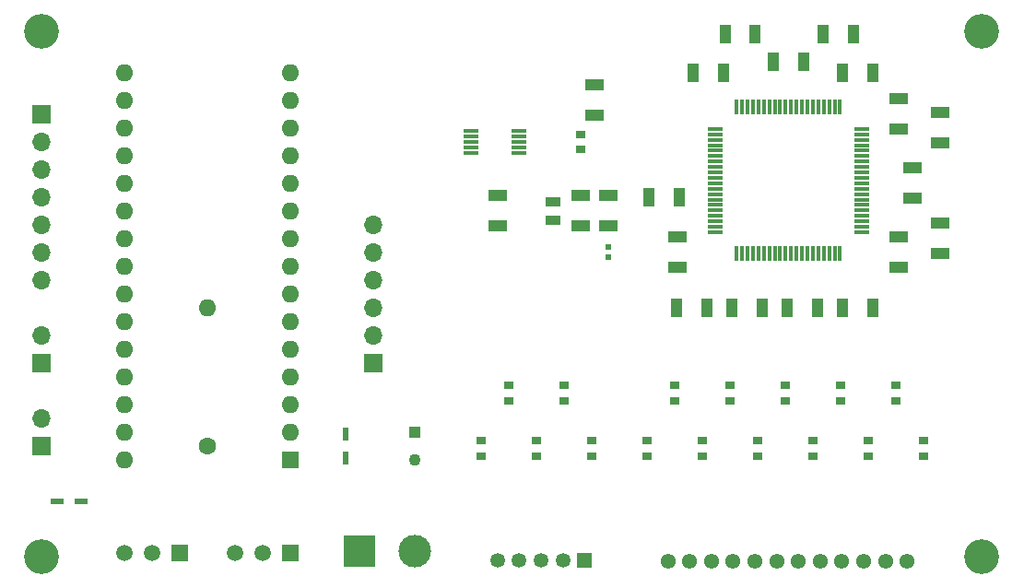
<source format=gts>
%TF.GenerationSoftware,KiCad,Pcbnew,(6.0.8)*%
%TF.CreationDate,2023-02-04T19:59:28+01:00*%
%TF.ProjectId,Research Prototype,52657365-6172-4636-9820-50726f746f74,rev?*%
%TF.SameCoordinates,Original*%
%TF.FileFunction,Soldermask,Top*%
%TF.FilePolarity,Negative*%
%FSLAX46Y46*%
G04 Gerber Fmt 4.6, Leading zero omitted, Abs format (unit mm)*
G04 Created by KiCad (PCBNEW (6.0.8)) date 2023-02-04 19:59:28*
%MOMM*%
%LPD*%
G01*
G04 APERTURE LIST*
%ADD10R,1.820000X1.050000*%
%ADD11R,1.050000X1.820000*%
%ADD12R,0.900000X0.650000*%
%ADD13C,3.200000*%
%ADD14R,1.700000X1.700000*%
%ADD15O,1.700000X1.700000*%
%ADD16R,1.600000X1.600000*%
%ADD17O,1.600000X1.600000*%
%ADD18R,1.500000X1.500000*%
%ADD19C,1.500000*%
%ADD20R,1.430000X0.940000*%
%ADD21R,1.350000X1.350000*%
%ADD22C,1.350000*%
%ADD23R,3.000000X3.000000*%
%ADD24C,3.000000*%
%ADD25C,1.600000*%
%ADD26R,1.400000X0.300000*%
%ADD27R,0.500000X1.250000*%
%ADD28R,0.940000X0.750000*%
%ADD29R,1.475000X0.300000*%
%ADD30R,0.300000X1.475000*%
%ADD31C,1.381000*%
%ADD32R,1.250000X0.500000*%
%ADD33R,1.100000X1.100000*%
%ADD34C,1.100000*%
%ADD35R,0.620000X0.600000*%
G04 APERTURE END LIST*
D10*
X170180000Y-64650000D03*
X170180000Y-67430000D03*
D11*
X189110000Y-74930000D03*
X191890000Y-74930000D03*
D12*
X194056000Y-83529000D03*
X194056000Y-82079000D03*
D13*
X120650000Y-49530000D03*
D14*
X120650000Y-87630000D03*
D15*
X120650000Y-85090000D03*
D12*
X168656000Y-83529000D03*
X168656000Y-82079000D03*
D11*
X184030000Y-74930000D03*
X186810000Y-74930000D03*
D16*
X143500000Y-88900000D03*
D17*
X143500000Y-86360000D03*
X143500000Y-83820000D03*
X143500000Y-81280000D03*
X143500000Y-78740000D03*
X143500000Y-76200000D03*
X143500000Y-73660000D03*
X143500000Y-71120000D03*
X143500000Y-68580000D03*
X143500000Y-66040000D03*
X143500000Y-63500000D03*
X143500000Y-60960000D03*
X143500000Y-58420000D03*
X143500000Y-55880000D03*
X143500000Y-53340000D03*
X128260000Y-53340000D03*
X128260000Y-55880000D03*
X128260000Y-58420000D03*
X128260000Y-60960000D03*
X128260000Y-63500000D03*
X128260000Y-66040000D03*
X128260000Y-68580000D03*
X128260000Y-71120000D03*
X128260000Y-73660000D03*
X128260000Y-76200000D03*
X128260000Y-78740000D03*
X128260000Y-81280000D03*
X128260000Y-83820000D03*
X128260000Y-86360000D03*
X128260000Y-88900000D03*
D18*
X143510000Y-97461000D03*
D19*
X140970000Y-97461000D03*
X138430000Y-97461000D03*
D12*
X178816000Y-83529000D03*
X178816000Y-82079000D03*
X183896000Y-83529000D03*
X183896000Y-82079000D03*
D14*
X151130000Y-80010000D03*
D15*
X151130000Y-77470000D03*
X151130000Y-74930000D03*
X151130000Y-72390000D03*
X151130000Y-69850000D03*
X151130000Y-67310000D03*
D12*
X186436000Y-88609000D03*
X186436000Y-87159000D03*
D20*
X167640000Y-65220000D03*
X167640000Y-66860000D03*
D12*
X199136000Y-83529000D03*
X199136000Y-82079000D03*
D14*
X120650000Y-57150000D03*
D15*
X120650000Y-59690000D03*
X120650000Y-62230000D03*
X120650000Y-64770000D03*
X120650000Y-67310000D03*
X120650000Y-69850000D03*
X120650000Y-72390000D03*
D21*
X170520000Y-98098000D03*
D22*
X168520000Y-98098000D03*
X166520000Y-98098000D03*
X164520000Y-98098000D03*
X162520000Y-98098000D03*
D12*
X176276000Y-88609000D03*
X176276000Y-87159000D03*
D11*
X195192000Y-49784000D03*
X192412000Y-49784000D03*
D12*
X191516000Y-88609000D03*
X191516000Y-87159000D03*
D23*
X149860000Y-97282000D03*
D24*
X154940000Y-97282000D03*
D12*
X196596000Y-88609000D03*
X196596000Y-87159000D03*
D25*
X135890000Y-87630000D03*
D17*
X135890000Y-74930000D03*
D12*
X163576000Y-83529000D03*
X163576000Y-82079000D03*
D26*
X164506000Y-60690000D03*
X164506000Y-60190000D03*
X164506000Y-59690000D03*
X164506000Y-59190000D03*
X164506000Y-58690000D03*
X160106000Y-58690000D03*
X160106000Y-59190000D03*
X160106000Y-59690000D03*
X160106000Y-60190000D03*
X160106000Y-60690000D03*
D27*
X148590000Y-86530000D03*
X148590000Y-88730000D03*
D11*
X180474000Y-53340000D03*
X183254000Y-53340000D03*
D10*
X179070000Y-71240000D03*
X179070000Y-68460000D03*
D12*
X161036000Y-88609000D03*
X161036000Y-87159000D03*
X181356000Y-88609000D03*
X181356000Y-87159000D03*
D11*
X190620000Y-52324000D03*
X187840000Y-52324000D03*
D12*
X188976000Y-83529000D03*
X188976000Y-82079000D03*
D11*
X196970000Y-74930000D03*
X194190000Y-74930000D03*
D28*
X170180000Y-60390000D03*
X170180000Y-58990000D03*
D10*
X162560000Y-64650000D03*
X162560000Y-67430000D03*
D12*
X201676000Y-88609000D03*
X201676000Y-87159000D03*
D10*
X203200000Y-67190000D03*
X203200000Y-69970000D03*
X172720000Y-67430000D03*
X172720000Y-64650000D03*
D29*
X182492000Y-58496000D03*
X182492000Y-58996000D03*
X182492000Y-59496000D03*
X182492000Y-59996000D03*
X182492000Y-60496000D03*
X182492000Y-60996000D03*
X182492000Y-61496000D03*
X182492000Y-61996000D03*
X182492000Y-62496000D03*
X182492000Y-62996000D03*
X182492000Y-63496000D03*
X182492000Y-63996000D03*
X182492000Y-64496000D03*
X182492000Y-64996000D03*
X182492000Y-65496000D03*
X182492000Y-65996000D03*
X182492000Y-66496000D03*
X182492000Y-66996000D03*
X182492000Y-67496000D03*
X182492000Y-67996000D03*
D30*
X184480000Y-69984000D03*
X184980000Y-69984000D03*
X185480000Y-69984000D03*
X185980000Y-69984000D03*
X186480000Y-69984000D03*
X186980000Y-69984000D03*
X187480000Y-69984000D03*
X187980000Y-69984000D03*
X188480000Y-69984000D03*
X188980000Y-69984000D03*
X189480000Y-69984000D03*
X189980000Y-69984000D03*
X190480000Y-69984000D03*
X190980000Y-69984000D03*
X191480000Y-69984000D03*
X191980000Y-69984000D03*
X192480000Y-69984000D03*
X192980000Y-69984000D03*
X193480000Y-69984000D03*
X193980000Y-69984000D03*
D29*
X195968000Y-67996000D03*
X195968000Y-67496000D03*
X195968000Y-66996000D03*
X195968000Y-66496000D03*
X195968000Y-65996000D03*
X195968000Y-65496000D03*
X195968000Y-64996000D03*
X195968000Y-64496000D03*
X195968000Y-63996000D03*
X195968000Y-63496000D03*
X195968000Y-62996000D03*
X195968000Y-62496000D03*
X195968000Y-61996000D03*
X195968000Y-61496000D03*
X195968000Y-60996000D03*
X195968000Y-60496000D03*
X195968000Y-59996000D03*
X195968000Y-59496000D03*
X195968000Y-58996000D03*
X195968000Y-58496000D03*
D30*
X193980000Y-56508000D03*
X193480000Y-56508000D03*
X192980000Y-56508000D03*
X192480000Y-56508000D03*
X191980000Y-56508000D03*
X191480000Y-56508000D03*
X190980000Y-56508000D03*
X190480000Y-56508000D03*
X189980000Y-56508000D03*
X189480000Y-56508000D03*
X188980000Y-56508000D03*
X188480000Y-56508000D03*
X187980000Y-56508000D03*
X187480000Y-56508000D03*
X186980000Y-56508000D03*
X186480000Y-56508000D03*
X185980000Y-56508000D03*
X185480000Y-56508000D03*
X184980000Y-56508000D03*
X184480000Y-56508000D03*
D13*
X207010000Y-49530000D03*
D31*
X200152000Y-98244000D03*
X198152000Y-98244000D03*
X196152000Y-98244000D03*
X194152000Y-98244000D03*
X192152000Y-98244000D03*
X190152000Y-98244000D03*
X188152000Y-98244000D03*
X186152000Y-98244000D03*
X184152000Y-98244000D03*
X182152000Y-98244000D03*
X180152000Y-98244000D03*
X178152000Y-98244000D03*
D10*
X199390000Y-55760000D03*
X199390000Y-58540000D03*
X171450000Y-57270000D03*
X171450000Y-54490000D03*
D11*
X178950000Y-74930000D03*
X181730000Y-74930000D03*
D32*
X122090000Y-92710000D03*
X124290000Y-92710000D03*
D11*
X179190000Y-64770000D03*
X176410000Y-64770000D03*
D12*
X166116000Y-88609000D03*
X166116000Y-87159000D03*
D10*
X199390000Y-68460000D03*
X199390000Y-71240000D03*
D11*
X196970000Y-53340000D03*
X194190000Y-53340000D03*
D12*
X171196000Y-88609000D03*
X171196000Y-87159000D03*
D10*
X203200000Y-57030000D03*
X203200000Y-59810000D03*
D33*
X154940000Y-86400000D03*
D34*
X154940000Y-88900000D03*
D35*
X172720000Y-69342000D03*
X172720000Y-70262000D03*
D14*
X120650000Y-80010000D03*
D15*
X120650000Y-77470000D03*
D10*
X200660000Y-62110000D03*
X200660000Y-64890000D03*
D18*
X133350000Y-97461000D03*
D19*
X130810000Y-97461000D03*
X128270000Y-97461000D03*
D13*
X120650000Y-97790000D03*
D11*
X186182000Y-49784000D03*
X183402000Y-49784000D03*
D13*
X207010000Y-97790000D03*
M02*

</source>
